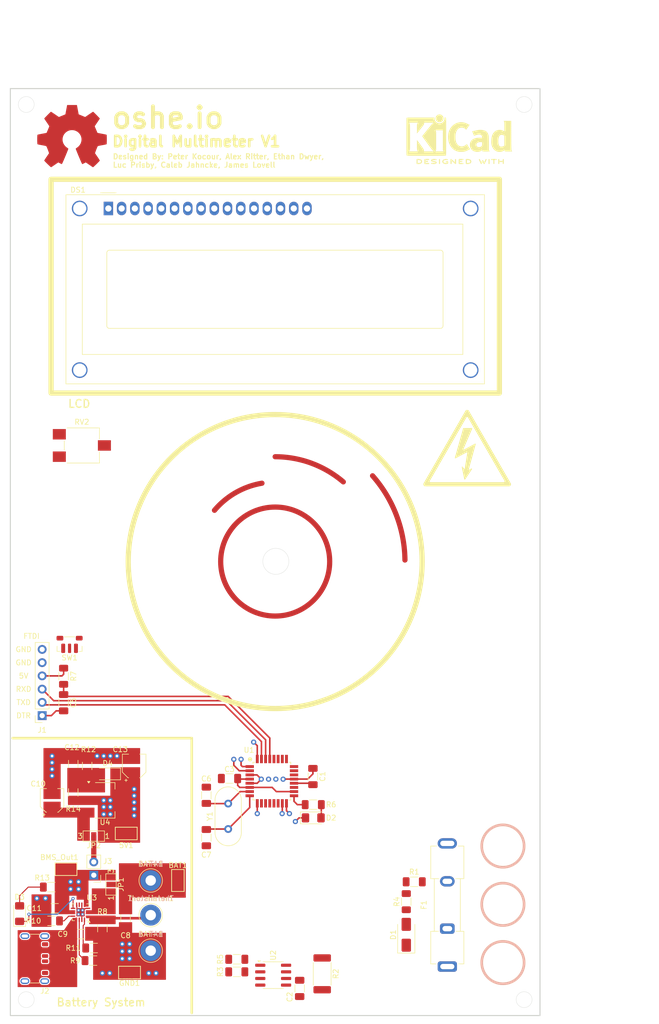
<source format=kicad_pcb>
(kicad_pcb (version 20240108) (generator "pcbnew") (generator_version "8.0")
  (title_block (title "OSHE DMM") (date "2025-02-10") (rev "V1") (company "Open Source Hardware Enterprise"))
  (layers (0 "F.Cu" signal) (1 "In1.Cu" signal) (2 "In2.Cu" signal) (31 "B.Cu" signal) (34 "B.Paste" user) (35 "F.Paste" user) (36 "B.SilkS" user "B.Silkscreen") (37 "F.SilkS" user "F.Silkscreen") (38 "B.Mask" user) (39 "F.Mask" user) (44 "Edge.Cuts" user))
  (net 0 "")
  (net 1 "Net-(JP1-C)")
  (net 2 "GND")
  (net 3 "Net-(U1-AREF)")
  (net 4 "+5V")
  (net 5 "Net-(U1-XTAL1{slash}PB6)")
  (net 6 "Net-(U1-XTAL2{slash}PB7)")
  (net 7 "DTR")
  (net 8 "Net-(U1-~{RESET}{slash}PC6)")
  (net 9 "USB_Power_IN")
  (net 10 "9V_BAT_IN")
  (net 11 "Net-(JP2-B)")
  (net 12 "Net-(D4-A)")
  (net 13 "Net-(D1-A2)")
  (net 14 "Net-(D2-A)")
  (net 15 "Current Negative")
  (net 16 "Net-(D3-A)")
  (net 17 "RXD")
  (net 18 "TXD")
  (net 21 "BMS_BAT_IN")
  (net 22 "Net-(J3-Pin_2)")
  (net 23 "SCK{slash}D13")
  (net 24 "/R-ILIM")
  (net 25 "/R-ISET")
  (net 26 "TS")
  (net 27 "D9")
  (net 28 "A2")
  (net 29 "A7")
  (net 30 "A1")
  (net 31 "A0")
  (net 32 "SDA")
  (net 33 "D5")
  (net 34 "MISO{slash}D12")
  (net 35 "D2")
  (net 36 "D4")
  (net 37 "SCL")
  (net 38 "D8")
  (net 39 "D10")
  (net 40 "D7")
  (net 41 "A6")
  (net 42 "MOSI{slash}D11")
  (net 43 "A3")
  (net 44 "D6")
  (net 45 "D3")
  (net 46 "Current Positive")
  (net 47 "Net-(U2-A0)")
  (net 48 "Net-(U2-A1)")
  (net 49 "Net-(U3-TMR)")
  (net 51 "Net-(D1-A1)")
  (net 52 "Net-(D3-K)")
  (net 53 "Net-(F1-Pad1)")
  (net 54 "Net-(F1-Pad2)")
  (net 55 "Net-(C4-Pad1)")
  (net 59 "Net-(DS1-VO)")
  (footprint "TestPoint:TestPoint_Keystone_5019_Minature" (layer "F.Cu") (at 145.821 215.07 -90)
    (property "Reference" "BAT1")
    (property "Value" "TestPoint")
  )
  (footprint "Resistor_SMD:R_1206_3216Metric_Pad1.30x1.75mm_HandSolder" (layer "F.Cu") (at 123.907 175.8915 90)
    (property "Reference" "R7")
    (property "Value" "10k")
  )
  (footprint "Display:WC1602A" (layer "F.Cu") (at 132.49 86.1745)
    (property "Reference" "DS1")
    (property "Value" "WC1602A")
  )
  (footprint "Capacitor_SMD:C_1206_3216Metric_Pad1.33x1.80mm_HandSolder" (layer "F.Cu") (at 135.788 222.309 -90)
    (property "Reference" "C8")
    (property "Value" "10uF")
  )
  (footprint "Symbol:OSHW-Symbol_13.4x12mm_Copper" (layer "F.Cu") (at 125.501 72.322)
    (property "Reference" "REF**" (hide yes))
    (property "Value" "OSHW-Symbol_13.4x12mm_Copper" (hide yes))
  )
  (footprint "Resistor_SMD:R_1206_3216Metric_Pad1.30x1.75mm_HandSolder" (layer "F.Cu") (at 189.636 219.134 90)
    (property "Reference" "R4")
    (property "Value" "10k")
  )
  (footprint "Capacitor_SMD:C_1206_3216Metric_Pad1.33x1.80mm_HandSolder" (layer "F.Cu") (at 171.729 195.131 -90)
    (property "Reference" "C1")
    (property "Value" "0.1uF")
  )
  (footprint "Resistor_SMD:R_1206_3216Metric_Pad1.30x1.75mm_HandSolder" (layer "F.Cu") (at 157.124 232.596)
    (property "Reference" "R3")
    (property "Value" "1k")
  )
  (footprint "Package_QFP:TQFP-32_7x7mm_P0.8mm" (layer "F.Cu") (at 163.855 196.02)
    (property "Reference" "U1")
    (property "Value" "ATmega328P-A")
  )
  (footprint "TestPoint:TestPoint_THTPad_D4.0mm_Drill2.0mm" (layer "F.Cu") (at 140.614 228.532 -90)
    (property "Reference" "BAT-1")
    (property "Value" "Pad")
  )
  (footprint "Symbol:OSHW-Symbol_13.4x12mm_Copper" (layer "F.Cu") (at 125.501 72.322)
    (property "Reference" "REF**" (hide yes))
    (property "Value" "OSHW-Symbol_13.4x12mm_Copper" (hide yes))
  )
  (footprint "Capacitor_SMD:C_1206_3216Metric_Pad1.33x1.80mm_HandSolder" (layer "F.Cu") (at 169.189 235.771 -90)
    (property "Reference" "C2")
    (property "Value" "0.1uF")
  )
  (footprint "Capacitor_SMD:C_1206_3216Metric_Pad1.33x1.80mm_HandSolder" (layer "F.Cu") (at 127.279 225.357)
    (property "Reference" "C9")
    (property "Value" "10uF")
  )
  (footprint "Capacitor_SMD:C_1206_3216Metric_Pad1.33x1.80mm_HandSolder" (layer "F.Cu") (at 125.755 192.718 90)
    (property "Reference" "C12")
    (property "Value" "10uF")
  )
  (footprint "Resistor_SMD:R_1206_3216Metric_Pad1.30x1.75mm_HandSolder" (layer "F.Cu") (at 128.422 193.099 90)
    (property "Reference" "R12")
    (property "Value" "1.2k")
  )
  (footprint "Connector_USB:USB_C_Receptacle_GCT_USB4125-xx-x-0190_6P_TopMnt_Horizontal" (layer "F.Cu") (at 117.275 230.056 -90)
    (property "Reference" "J2")
    (property "Value" "USB_C_Receptacle_PowerOnly_6P")
  )
  (footprint "TestPoint:TestPoint_THTPad_D4.0mm_Drill2.0mm" (layer "F.Cu") (at 140.614 215.07 -90)
    (property "Reference" "BAT+1")
    (property "Value" "Pad")
  )
  (footprint "Connector_PinSocket_2.54mm:PinSocket_1x06_P2.54mm_Vertical" (layer "F.Cu") (at 119.786 183.447 180)
    (property "Reference" "J1")
    (property "Value" "FTDI Basic")
  )
  (footprint "Symbol:KiCad-Logo2_8mm_SilkScreen" (layer "F.Cu") (at 199.796 72.068)
    (property "Reference" "REF**" (hide yes))
    (property "Value" "KiCad-Logo2_8mm_SilkScreen" (hide yes))
  )
  (footprint "Capacitor_SMD:C_1206_3216Metric_Pad1.33x1.80mm_HandSolder" (layer "F.Cu") (at 151.282 206.852 90)
    (property "Reference" "C7")
    (property "Value" "22pF")
  )
  (footprint "Connector_PinHeader_2.54mm:PinHeader_1x02_P2.54mm_Vertical" (layer "F.Cu") (at 129.692 214.054 180)
    (property "Reference" "J3")
    (property "Value" "ON/OFF")
  )
  (footprint "Package_SO:SOIC-8_3.9x4.9mm_P1.27mm" (layer "F.Cu") (at 164.109 233.231)
    (property "Reference" "U2")
    (property "Value" "INA219BxD")
  )
  (footprint "Resistor_SMD:R_1206_3216Metric_Pad1.30x1.75mm_HandSolder" (layer "F.Cu") (at 129.565 230.437)
    (property "Reference" "R9")
    (property "Value" "0")
  )
  (footprint "Capacitor_SMD:C_1206_3216Metric_Pad1.33x1.80mm_HandSolder" (layer "F.Cu") (at 155.727 195.512 180)
    (property "Reference" "C3")
    (property "Value" "0.1uF")
  )
  (footprint "Diode_SMD:D_SMA" (layer "F.Cu") (at 189.636 225.484 90)
    (property "Reference" "D1")
    (property "Value" "SMAJ200CA")
  )
  (footprint "Capacitor_SMD:CP_Elec_4x4.5" (layer "F.Cu") (at 137.439 193.099 90)
    (property "Reference" "C13")
    (property "Value" "1uF")
  )
  (footprint "Resistor_SMD:R_1206_3216Metric_Pad1.30x1.75mm_HandSolder" (layer "F.Cu") (at 157.124 230.183)
    (property "Reference" "R5")
    (property "Value" "1k")
  )
  (footprint "Button_Switch_SMD:SW_Push_1P1T-MP_NO_Horizontal_Alps_SKRTLAE010" (layer "F.Cu") (at 125.048 169.638 180)
    (property "Reference" "SW1")
    (property "Value" "SW_Push")
  )
  (footprint "Resistor_SMD:R_1206_3216Metric_Pad1.30x1.75mm_HandSolder" (layer "F.Cu") (at 131.343 224.214 -90)
    (property "Reference" "R8")
    (property "Value" "10k")
  )
  (footprint "Crystal:Crystal_HC49-U_Vertical" (layer "F.Cu") (at 155.473 205.201 90)
    (property "Reference" "Y1")
    (property "Value" "16MHz")
  )
  (footprint "LED_SMD:LED_1206_3216Metric_Pad1.42x1.75mm_HandSolder" (layer "F.Cu") (at 115.468 221.42 90)
    (property "Reference" "D3")
    (property "Value" "CHG")
  )
  (footprint "Resistor_SMD:R_1206_3216Metric_Pad1.30x1.75mm_HandSolder" (layer "F.Cu") (at 121.564 216.34 180)
    (property "Reference" "R13")
    (property "Value" "1.5k")
  )
  (footprint "Jumper:SolderJumper-3_P1.3mm_Open_Pad1.0x1.5mm_NumberLabels" (layer "F.Cu") (at 129.692 206.561 180)
    (property "Reference" "JP2")
    (property "Value" "SolderJumper")
  )
  (footprint "Fuse:Fuseholder_Clip-5x20mm_Keystone_3512P_Inline_P23.62x7.27mm_D1.02x2.41x1.02x1.57mm_Horizontal" (layer "F.Cu") (at 197.51 231.579 90)
    (property "Reference" "F1")
    (property "Value" "Fuse")
  )
  (footprint "Diode_SMD:D_1206_3216Metric_Pad1.42x1.75mm_HandSolder" (layer "F.Cu") (at 132.359 194.623 180)
    (property "Reference" "D4")
    (property "Value" "1N4002")
  )
  (footprint "Capacitor_SMD:C_1206_3216Metric_Pad1.33x1.80mm_HandSolder" (layer "F.Cu") (at 123.907 180.9715 -90)
    (property "Reference" "C5")
    (property "Value" "0.1uF")
  )
  (footprint "Potentiometer_SMD:Potentiometer_ACP_CA6-VSMD_Vertical" (layer "F.Cu") (at 127.406 131.631)
    (property "Reference" "RV2")
    (property "Value" "10k")
  )
  (footprint "Package_TO_SOT_SMD:SOT-223-3_TabPin2" (layer "F.Cu") (at 131.851 199.703)
    (property "Reference" "U4")
    (property "Value" "LM317_SOT-223")
  )
  (footprint "Resistor_SMD:R_2512_6332Metric_Pad1.40x3.35mm_HandSolder" (layer "F.Cu") (at 173.507 232.977 -90)
    (property "Reference" "R2")
    (property "Value" "0.064")
  )
  (footprint "TestPoint:TestPoint_Keystone_5019_Minature" (layer "F.Cu") (at 124.358 212.911)
    (property "Reference" "BMS_Out1")
    (property "Value" "TestPoint")
  )
  (footprint "TestPoint:TestPoint_Keystone_5019_Minature" (layer "F.Cu") (at 136.55 232.723)
    (property "Reference" "GND1")
    (property "Value" "TestPoint")
  )
  (footprint "Capacitor_SMD:C_1206_3216Metric_Pad1.33x1.80mm_HandSolder" (layer "F.Cu") (at 122.199 220.404 180)
    (property "Reference" "C11")
    (property "Value" "10uF")
  )
  (footprint "Capacitor_SMD:CP_Elec_4x4.5" (layer "F.Cu") (at 121.691 199.703 90)
    (property "Reference" "C10")
    (property "Value" "1uF")
  )
  (footprint "TestPoint:TestPoint_Keystone_5019_Minature" (layer "F.Cu") (at 135.915 206.053 180)
    (property "Reference" "5V1")
    (property "Value" "TestPoint")
  )
  (footprint "LED_SMD:LED_1206_3216Metric_Pad1.42x1.75mm_HandSolder" (layer "F.Cu") (at 171.7915 203.062)
    (property "Reference" "D2")
    (property "Value" "Green")
  )
  (footprint "Jumper:SolderJumper-3_P1.3mm_Open_Pad1.0x1.5mm_NumberLabels" (layer "F.Cu") (at 132.994 215.832 90)
    (property "Reference" "JP1")
    (property "Value" "SolderJumper")
  )
  (footprint "Resistor_SMD:R_1206_3216Metric_Pad1.30x1.75mm_HandSolder" (layer "F.Cu") (at 171.7915 200.522 180)
    (property "Reference" "R6")
    (property "Value" "330")
  )
  (footprint "Capacitor_SMD:C_1206_3216Metric_Pad1.33x1.80mm_HandSolder" (layer "F.Cu") (at 151.282 198.724 90)
    (property "Reference" "C6")
    (property "Value" "22pF")
  )
  (footprint "Resistor_SMD:R_1206_3216Metric_Pad1.30x1.75mm_HandSolder" (layer "F.Cu") (at 129.692 228.024)
    (property "Reference" "R11")
    (property "Value" "1.78k")
  )
  (footprint "Symbol:Symbol_HighVoltage_Triangle_17x15mm_Copper" (layer "F.Cu") (at 201.32 132.139)
    (property "Reference" "REF**" (hide yes))
    (property "Value" "Symbol_HighVoltage_Triangle_17x15mm_Copper" (hide yes))
  )
  (footprint "Resistor_SMD:R_1206_3216Metric_Pad1.30x1.75mm_HandSolder" (layer "F.Cu") (at 121.564 222.817 180)
    (property "Reference" "R10")
    (property "Value" "1.5k")
  )
  (footprint "Resistor_SMD:R_1206_3216Metric_Pad1.30x1.75mm_HandSolder" (layer "F.Cu") (at 191.16 215.324 180)
    (property "Reference" "R1")
    (property "Value" "R_US")
  )
  (footprint "Resistor_SMD:R_1206_3216Metric_Pad1.30x1.75mm_HandSolder" (layer "F.Cu") (at 125.755 198.179 90)
    (property "Reference" "R14")
    (property "Value" "390")
  )
  (footprint "TestPoint:TestPoint_THTPad_D4.0mm_Drill2.0mm" (layer "F.Cu") (at 140.614 221.72 90)
    (property "Reference" "Thermistor1")
    (property "Value" "Pad")
  )
  (footprint "Package_DFN_QFN:VQFN-16-1EP_3x3mm_P0.5mm_EP1.6x1.6mm" (layer "F.Cu") (at 127.154 221.164 180)
    (property "Reference" "U3")
    (property "Value" "BQ24075RGT")
  )
  (gr_arc (start 164.49 133.79) (mid 171.454071 135.034586) (end 177.555973 138.61426) (stroke (width 1)) (layer "F.Cu"))
  (gr_arc (start 183.17337 137.445171) (mid 187.727125 144.966605) (end 189.382 153.602) (stroke (width 1)) (layer "F.Cu"))
  (gr_circle (center 164.49 153.896) (end 154.036 153.896) (stroke (width 1)) (fill none) (layer "F.Cu"))
  (gr_arc (start 152.84707 144.063683) (mid 156.938016 140.659693) (end 161.95 138.87) (stroke (width 1)) (layer "F.Cu"))
  (gr_circle (center 208.178 208.466) (end 212.242 208.466) (stroke (width 0.5)) (fill none) (layer "B.SilkS"))
  (gr_circle (center 208.178 219.642) (end 212.242 219.642) (stroke (width 0.5)) (fill none) (layer "B.SilkS"))
  (gr_circle (center 208.178 230.818) (end 212.242 230.818) (stroke (width 0.5)) (fill none) (layer "B.SilkS"))
  (gr_circle (center 208.178 230.818) (end 212.242 230.818) (stroke (width 0.5)) (fill none) (layer "F.SilkS"))
  (gr_line (start 148.488 240.47) (end 148.488 187.765) (stroke (width 0.5)) (layer "F.SilkS"))
  (gr_line (start 114.1345 187.765) (end 148.488 187.765) (stroke (width 0.5)) (layer "F.SilkS"))
  (gr_circle (center 208.178 219.642) (end 212.242 219.642) (stroke (width 0.5)) (fill none) (layer "F.SilkS"))
  (gr_circle (center 164.49 153.896) (end 136.296 153.856) (stroke (width 1)) (fill none) (layer "F.SilkS"))
  (gr_rect (start 121.5005 80.577) (end 207.5005 121.577) (stroke (width 1)) (fill none) (layer "F.SilkS"))
  (gr_circle (center 208.178 208.466) (end 212.242 208.466) (stroke (width 0.5)) (fill none) (layer "F.SilkS"))
  (gr_circle (center 212.242 66.226) (end 213.766 66.226) (stroke (width 0.05)) (fill none) (layer "Edge.Cuts"))
  (gr_circle (center 116.738 237.93) (end 118.262 237.93) (stroke (width 0.05)) (fill none) (layer "Edge.Cuts"))
  (gr_rect (start 113.69 63.178) (end 215.29 240.978) (stroke (width 0.2)) (fill none) (layer "Edge.Cuts"))
  (gr_circle (center 212.242 237.93) (end 213.766 237.93) (stroke (width 0.05)) (fill none) (layer "Edge.Cuts"))
  (gr_circle (center 116.738 66.226) (end 118.262 66.226) (stroke (width 0.05)) (fill none) (layer "Edge.Cuts"))
  (gr_circle (center 164.617 153.856) (end 167.117 153.856) (stroke (width 0.05)) (fill none) (layer "Edge.Cuts"))
  (gr_text "BAT-1" (at 140.614 225.357 -0) (layer "B.SilkS") (effects (font (size 1 1)) (justify mirror)))
  (gr_text "Thermistor1" (at 140.614 218.499 -0) (layer "B.SilkS") (effects (font (size 1 1)) (justify mirror)))
  (gr_text "BAT+1" (at 140.614 211.895 0) (layer "B.SilkS") (effects (font (size 1 1)) (justify mirror)))
  (gr_text "TXD" (at 116.23 180.907 0) (layer "F.SilkS") (effects (font (size 1 1))))
  (gr_text "5V" (at 116.23 175.827 0) (layer "F.SilkS") (effects (font (size 1 1))))
  (gr_text "LCD" (at 126.898 123.63 0) (layer "F.SilkS") (effects (font (size 1.5 1.5) (thickness 0.25) (bold yes))))
  (gr_text "RXD" (at 116.23 178.367 0) (layer "F.SilkS") (effects (font (size 1 1))))
  (gr_text "DTR" (at 116.23 183.447 0) (layer "F.SilkS") (effects (font (size 1 1))))
  (gr_text "oshe.io" (at 132.74 68.766 0) (layer "F.SilkS") (effects (font (size 4 4) (thickness 0.75) (bold yes)) (justify left)))
  (gr_text "Digital Multimeter V1" (at 132.994 73.338 0) (layer "F.SilkS") (effects (font (size 2 2) (thickness 0.5) (bold yes)) (justify left)))
  (gr_text "GND" (at 116.23 173.287 0) (layer "F.SilkS") (effects (font (size 1 1))))
  (gr_text "Battery System" (at 131.089 238.438 0) (layer "F.SilkS") (effects (font (size 1.5 1.5) (thickness 0.25) (bold yes))))
  (gr_text "Designed By: Peter Kocour, Alex Ritter, Ethan Dwyer, \nLuc Prisby, Caleb Jahncke, James Lovell" (at 133.248 77.021 0) (layer "F.SilkS") (effects (font (size 1 1) (thickness 0.2) (bold yes)) (justify left)))
  (gr_text "GND" (at 116.23 170.747 0) (layer "F.SilkS") (effects (font (size 1 1))))
  (gr_text "FTDI" (at 117.754 168.207 0) (layer "F.SilkS") (effects (font (size 1 1))))
  (segment (start 126.454 219.7765) (end 126.454 220.464) (width 0.2) (layer "F.Cu") (net 2))
  (segment (start 168.105 195.62) (end 166.033 195.62) (width 0.3) (layer "F.Cu") (net 2))
  (segment (start 127.404 221.414) (end 127.154 221.164) (width 0.2) (layer "F.Cu") (net 2))
  (segment (start 159.605 194.82) (end 161.004 194.82) (width 0.3) (layer "F.Cu") (net 2))
  (segment (start 127.404 219.7265) (end 127.404 220.914) (width 0.2) (layer "F.Cu") (net 2))
  (segment (start 159.605 196.42) (end 161.042 196.42) (width 0.3) (layer "F.Cu") (net 2))
  (segment (start 127.8041 220.5139) (end 127.537 220.781) (width 0.2) (layer "F.Cu") (net 2))
  (segment (start 169.0675 203.062) (end 170.304 203.062) (width 0.3) (layer "F.Cu") (net 2))
  (segment (start 127.404 220.914) (end 127.154 221.164) (width 0.2) (layer "F.Cu") (net 2))
  (segment (start 127.404 222.6015) (end 127.404 221.414) (width 0.2) (layer "F.Cu") (net 2))
  (segment (start 128.5915 220.414) (end 128.154001 220.414) (width 0.2) (layer "F.Cu") (net 2))
  (segment (start 127.537 220.781) (end 127.533 220.781) (width 0.2) (layer "F.Cu") (net 2))
  (segment (start 170.732 195.62) (end 168.105 195.62) (width 0.3) (layer "F.Cu") (net 2))
  (segment (start 161.042 196.42) (end 161.823 195.639) (width 0.3) (layer "F.Cu") (net 2))
  (segment (start 168.3625 203.767) (end 169.0675 203.062) (width 0.3) (layer "F.Cu") (net 2))
  (segment (start 127.533 221.543) (end 127.404 221.414) (width 0.2) (layer "F.Cu") (net 2))
  (segment (start 128.054101 220.5139) (end 127.8041 220.5139) (width 0.2) (layer "F.Cu") (net 2))
  (segment (start 166.033 195.62) (end 166.014 195.639) (width 0.2) (layer "F.Cu") (net 2))
  (segment (start 171.729 194.623) (end 170.732 195.62) (width 0.3) (layer "F.Cu") (net 2))
  (segment (start 168.8465 233.866) (end 169.189 234.2085) (width 0.2) (layer "F.Cu") (net 2))
  (segment (start 127.533 220.785) (end 127.154 221.164) (width 0.2) (layer "F.Cu") (net 2))
  (segment (start 161.004 194.82) (end 161.823 195.639) (width 0.3) (layer "F.Cu") (net 2))
  (segment (start 171.729 193.1875) (end 171.729 194.623) (width 0.3) (layer "F.Cu") (net 2))
  (segment (start 127.533 220.781) (end 127.533 220.785) (width 0.2) (layer "F.Cu") (net 2))
  (segment (start 126.771 220.781) (end 127.154 221.164) (width 0.2) (layer "F.Cu") (net 2))
  (segment (start 128.154001 220.414) (end 128.054101 220.5139) (width 0.2) (layer "F.Cu") (net 2))
  (segment (start 126.404 219.7265) (end 126.454 219.7765) (width 0.2) (layer "F.Cu") (net 2))
  (segment (start 126.454 220.464) (end 126.771 220.781) (width 0.2) (layer "F.Cu") (net 2))
  (via (at 168.3625 203.767) (size 1) (drill 0.5) (layers "F.Cu" "B.Cu") (net 2))
  (via (at 135.153 230.056) (size 1) (drill 0.5) (layers "F.Cu" "B.Cu") (net 2))
  (via (at 135.153 228.659) (size 1) (drill 0.5) (layers "F.Cu" "B.Cu") (net 2))
  (via (at 121.691 192.464) (size 1) (drill 0.5) (layers "F.Cu" "B.Cu") (net 2))
  (via (at 127.533 220.781) (size 0.6) (drill 0.3) (layers "F.Cu" "B.Cu") (net 2))
  (via (at 166.014 195.639) (size 1) (drill 0.5) (layers "F.Cu" "B.Cu") (net 2))
  (via (at 130.327 191.194) (size 1) (drill 0.5) (layers "F.Cu" "B.Cu") (net 2))
  (via (at 126.771 220.781) (size 0.6) (drill 0.3) (layers "F.Cu" "B.Cu") (net 2))
  (via (at 135.153 227.262) (size 1) (drill 0.5) (layers "F.Cu" "B.Cu") (net 2))
  (via (at 132.74 232.85) (size 1) (drill 0.5) (layers "F.Cu" "B.Cu") (net 2))
  (via (at 136.55 230.056) (size 1) (drill 0.5) (layers "F.Cu" "B.Cu") (net 2))
  (via (at 121.691 195.004) (size 1) (drill 0.5) (layers "F.Cu" "B.Cu") (net 2))
  (via (at 141.63 232.85) (size 1) (drill 0.5) (layers "F.Cu" "B.Cu") (net 2))
  (via (at 136.55 227.262) (size 1) (drill 0.5) (layers "F.Cu" "B.Cu") (net 2))
  (via (at 134.137 191.194) (size 1) (drill 0.5) (layers "F.Cu" "B.Cu") (net 2))
  (via (at 131.597 191.194) (size 1) (drill 0.5) (layers "F.Cu" "B.Cu") (net 2))
  (via (at 140.233 232.85) (size 1) (drill 0.5) (layers "F.Cu" "B.Cu") (net 2))
  (via (at 120.421 218.499) (size 1) (drill 0.5) (layers "F.Cu" "B.Cu") (net 2))
  (via (at 118.77 218.499) (size 1) (drill 0.5) (layers "F.Cu" "B.Cu") (net 2))
  (via (at 131.343 232.85) (size 1) (drill 0.5) (layers "F.Cu" "B.Cu") (net 2))
  (via (at 163.22 195.639) (size 1) (drill 0.5) (layers "F.Cu" "B.Cu") (net 2))
  (via (at 121.691 193.734) (size 1) (drill 0.5) (layers "F.Cu" "B.Cu") (net 2))
  (via (at 164.617 195.639) (size 1) (drill 0.5) (layers "F.Cu" "B.Cu") (net 2))
  (via (at 132.867 191.194) (size 1) (drill 0.5) (layers "F.Cu" "B.Cu") (net 2))
  (via (at 136.55 228.659) (size 1) (drill 0.5) (layers "F.Cu" "B.Cu") (net 2))
  (via (at 126.771 221.543) (size 0.6) (drill 0.3) (layers "F.Cu" "B.Cu") (net 2))
  (via (at 127.533 221.543) (size 0.6) (drill 0.3) (layers "F.Cu" "B.Cu") (net 2))
  (via (at 121.691 191.194) (size 1) (drill 0.5) (layers "F.Cu" "B.Cu") (net 2))
  (via (at 161.823 195.639) (size 1) (drill 0.5) (layers "F.Cu" "B.Cu") (net 2))
  (segment (start 168.105 196.42) (end 171.6215 196.42) (width 0.3) (layer "F.Cu") (net 3))
  (segment (start 171.6215 196.42) (end 171.729 196.3125) (width 0.2) (layer "F.Cu") (net 3))
  (segment (start 123.5905 175.827) (end 119.786 175.827) (width 0.3) (layer "F.Cu") (net 4))
  (segment (start 157.689 197.22) (end 157.2895 196.8205) (width 0.3) (layer "F.Cu") (net 4))
  (segment (start 164.712 198.02) (end 163.912 197.22) (width 0.3) (layer "F.Cu") (net 4))
  (segment (start 163.912 197.22) (end 159.605 197.22) (width 0.3) (layer "F.Cu") (net 4))
  (segment (start 157.3975 195.62) (end 157.2895 195.512) (width 0.2) (layer "F.Cu") (net 4))
  (segment (start 168.105 198.02) (end 164.712 198.02) (width 0.3) (layer "F.Cu") (net 4))
  (segment (start 123.907 175.5105) (end 123.5905 175.827) (width 0.3) (layer "F.Cu") (net 4))
  (segment (start 157.2895 196.8205) (end 157.2895 195.512) (width 0.3) (layer "F.Cu") (net 4))
  (segment (start 159.605 197.22) (end 157.689 197.22) (width 0.3) (layer "F.Cu") (net 4))
  (segment (start 123.907 174.3415) (end 123.907 175.5105) (width 0.3) (layer "F.Cu") (net 4))
  (segment (start 159.605 195.62) (end 157.3975 195.62) (width 0.3) (layer "F.Cu") (net 4))
  (via (at 131.597 199.703) (size 1) (drill 0.5) (layers "F.Cu" "B.Cu") (net 4))
  (via (at 137.439 202.624) (size 1) (drill 0.5) (layers "F.Cu" "B.Cu") (net 4))
  (via (at 131.597 202.37) (size 1) (drill 0.5) (layers "F.Cu" "B.Cu") (net 4))
  (via (at 137.439 200.084) (size 1) (drill 0.5) (layers "F.Cu" "B.Cu") (net 4))
  (via (at 131.597 200.973) (size 1) (drill 0.5) (layers "F.Cu" "B.Cu") (net 4))
  (via (at 137.439 201.354) (size 1) (drill 0.5) (layers "F.Cu" "B.Cu") (net 4))
  (via (at 137.439 197.544) (size 1) (drill 0.5) (layers "F.Cu" "B.Cu") (net 4))
  (via (at 132.867 200.973) (size 1) (drill 0.5) (layers "F.Cu" "B.Cu") (net 4))
  (via (at 132.867 202.37) (size 1) (drill 0.5) (layers "F.Cu" "B.Cu") (net 4))
  (via (at 137.439 198.814) (size 1) (drill 0.5) (layers "F.Cu" "B.Cu") (net 4))
  (via (at 132.867 199.703) (size 1) (drill 0.5) (layers "F.Cu" "B.Cu") (net 4))
  (segment (start 159.605 198.02) (end 157.774 198.02) (width 0.3) (layer "F.Cu") (net 5))
  (segment (start 151.3165 200.321) (end 151.282 200.2865) (width 0.2) (layer "F.Cu") (net 5))
  (segment (start 155.473 200.321) (end 151.3165 200.321) (width 0.3) (layer "F.Cu") (net 5))
  (segment (start 157.774 198.02) (end 155.473 200.321) (width 0.3) (layer "F.Cu") (net 5))
  (segment (start 155.473 205.201) (end 151.3705 205.201) (width 0.3) (layer "F.Cu") (net 6))
  (segment (start 159.605 201.069) (end 155.473 205.201) (width 0.3) (layer "F.Cu") (net 6))
  (segment (start 151.3705 205.201) (end 151.282 205.2895) (width 0.2) (layer "F.Cu") (net 6))
  (segment (start 159.605 198.82) (end 159.605 201.069) (width 0.3) (layer "F.Cu") (net 6))
  (segment (start 122.4715 182.534) (end 121.5585 183.447) (width 0.3) (layer "F.Cu") (net 7))
  (segment (start 123.907 182.534) (end 122.4715 182.534) (width 0.3) (layer "F.Cu") (net 7))
  (segment (start 121.5585 183.447) (end 119.786 183.447) (width 0.3) (layer "F.Cu") (net 7))
  (segment (start 163.455 187.746) (end 163.455 191.77) (width 0.3) (layer "F.Cu") (net 8))
  (segment (start 124.262 179.764) (end 155.473 179.764) (width 0.3) (layer "F.Cu") (net 8))
  (segment (start 123.907 177.4415) (end 123.907 179.409) (width 0.3) (layer "F.Cu") (net 8))
  (segment (start 123.907 179.409) (end 124.262 179.764) (width 0.3) (layer "F.Cu") (net 8))
  (segment (start 155.473 179.764) (end 163.455 187.746) (width 0.3) (layer "F.Cu") (net 8))
  (via (at 126.771 216.721) (size 1) (drill 0.5) (layers "F.Cu" "B.Cu") (net 10))
  (via (at 126.771 215.324) (size 1) (drill 0.5) (layers "F.Cu" "B.Cu") (net 10))
  (via (at 125.247 216.721) (size 1) (drill 0.5) (layers "F.Cu" "B.Cu") (net 10))
  (via (at 125.247 215.324) (size 1) (drill 0.5) (layers "F.Cu" "B.Cu") (net 10))
  (segment (start 128.676 202.028) (end 128.701 202.003) (width 0.2) (layer "F.Cu") (net 11))
  (segment (start 128.701 202.053) (end 128.676 202.028) (width 1) (layer "F.Cu") (net 11))
  (segment (start 173.3415 200.522) (end 173.3415 202.9995) (width 0.3) (layer "F.Cu") (net 14))
  (segment (start 173.3415 202.9995) (end 173.279 203.062) (width 0.3) (layer "F.Cu") (net 14))
  (segment (start 115.468 217.991) (end 117.119 216.34) (width 0.2) (layer "F.Cu") (net 16))
  (segment (start 115.468 219.9325) (end 115.468 217.991) (width 0.2) (layer "F.Cu") (net 16))
  (segment (start 117.119 216.34) (end 120.014 216.34) (width 0.2) (layer "F.Cu") (net 16))
  (segment (start 155.149 180.583) (end 162.655 188.089) (width 0.3) (layer "F.Cu") (net 17))
  (segment (start 119.786 178.367) (end 122.002 180.583) (width 0.3) (layer "F.Cu") (net 17))
  (segment (start 122.002 180.583) (end 155.149 180.583) (width 0.3) (layer "F.Cu") (net 17))
  (segment (start 162.655 188.089) (end 162.655 191.77) (width 0.3) (layer "F.Cu") (net 17))
  (segment (start 161.855 188.432) (end 161.855 191.77) (width 0.3) (layer "F.Cu") (net 18))
  (segment (start 120.262 181.383) (end 154.806 181.383) (width 0.3) (layer "F.Cu") (net 18))
  (segment (start 120.262 181.383) (end 119.786 180.907) (width 0.2) (layer "F.Cu") (net 18))
  (segment (start 154.806 181.383) (end 161.855 188.432) (width 0.3) (layer "F.Cu") (net 18))
  (segment (start 129.692 206.561) (end 129.692 211.514) (width 1) (layer "F.Cu") (net 22))
  (segment (start 168.105 199.8835) (end 168.7435 200.522) (width 0.3) (layer "F.Cu") (net 23))
  (segment (start 168.7435 200.522) (end 170.2415 200.522) (width 0.3) (layer "F.Cu") (net 23))
  (segment (start 168.105 198.82) (end 168.105 199.8835) (width 0.3) (layer "F.Cu") (net 23))
  (segment (start 125.7165 221.914) (end 124.88 221.914) (width 0.2) (layer "F.Cu") (net 24))
  (segment (start 123.977 222.817) (end 123.114 222.817) (width 0.2) (layer "F.Cu") (net 24))
  (segment (start 124.88 221.914) (end 123.977 222.817) (width 0.2) (layer "F.Cu") (net 24))
  (segment (start 127.904 222.6015) (end 127.904 223.457) (width 0.2) (layer "F.Cu") (net 25))
  (segment (start 127.904 223.457) (end 127.66 223.701) (width 0.2) (layer "F.Cu") (net 25))
  (segment (start 127.66 223.701) (end 127.66 227.669) (width 0.2) (layer "F.Cu") (net 25))
  (segment (start 133.502 222.309) (end 140.025 222.309) (width 0.5) (layer "F.Cu") (net 26))
  (segment (start 140.025 222.309) (end 140.614 221.72) (width 0.5) (layer "F.Cu") (net 26))
  (segment (start 161.055 202.243) (end 161.055 200.27) (width 0.3) (layer "F.Cu") (net 33))
  (via (at 161.055 202.243) (size 1) (drill 0.5) (layers "F.Cu" "B.Cu") (net 33))
  (segment (start 167.2195 202.243) (end 166.655 201.6785) (width 0.3) (layer "F.Cu") (net 34))
  (segment (start 166.655 201.6785) (end 166.655 200.27) (width 0.3) (layer "F.Cu") (net 34))
  (via (at 167.2195 202.243) (size 1) (drill 0.5) (layers "F.Cu" "B.Cu") (net 34))
  (segment (start 161.055 189.2205) (end 161.055 191.77) (width 0.3) (layer "F.Cu") (net 35))
  (segment (start 160.3615 188.527) (end 161.055 189.2205) (width 0.3) (layer "F.Cu") (net 35))
  (via (at 160.3615 188.527) (size 1) (drill 0.5) (layers "F.Cu" "B.Cu") (net 35))
  (segment (start 157.5995 194.02) (end 156.5515 192.972) (width 0.3) (layer "F.Cu") (net 36))
  (segment (start 159.605 194.02) (end 157.5995 194.02) (width 0.3) (layer "F.Cu") (net 36))
  (segment (start 156.5515 192.972) (end 156.5515 191.829) (width 0.3) (layer "F.Cu") (net 36))
  (via (at 156.5515 191.829) (size 1) (drill 0.5) (layers "F.Cu" "B.Cu") (net 36))
  (segment (start 165.8225 202.243) (end 165.855 202.2105) (width 0.3) (layer "F.Cu") (net 42))
  (segment (start 165.855 202.2105) (end 165.855 200.27) (width 0.3) (layer "F.Cu") (net 42))
  (via (at 165.8225 202.243) (size 1) (drill 0.5) (layers "F.Cu" "B.Cu") (net 42))
  (segment (start 158.1965 193.22) (end 157.9485 192.972) (width 0.3) (layer "F.Cu") (net 45))
  (segment (start 157.9485 192.972) (end 157.9485 191.829) (width 0.3) (layer "F.Cu") (net 45))
  (segment (start 159.605 193.22) (end 158.1965 193.22) (width 0.3) (layer "F.Cu") (net 45))
  (via (at 157.9485 191.829) (size 1) (drill 0.5) (layers "F.Cu" "B.Cu") (net 45))
  (segment (start 126.904 222.6015) (end 126.904 229.326) (width 0.2) (layer "F.Cu") (net 49))
  (segment (start 126.904 229.326) (end 128.015 230.437) (width 0.2) (layer "F.Cu") (net 49))
  (segment (start 125.7165 220.414) (end 125.7165 218.5335) (width 0.2) (layer "F.Cu") (net 52))
  (segment (start 117.246 222.4995) (end 117.246 221.547) (width 0.2) (layer "F.Cu") (net 52))
  (segment (start 115.468 222.9075) (end 116.838 222.9075) (width 0.2) (layer "F.Cu") (net 52))
  (segment (start 116.838 222.9075) (end 117.246 222.4995) (width 0.2) (layer "F.Cu") (net 52))
  (via (at 125.7165 218.5335) (size 0.6) (drill 0.3) (layers "F.Cu" "B.Cu") (net 52))
  (via (at 117.246 221.547) (size 0.6) (drill 0.3) (layers "F.Cu" "B.Cu") (net 52))
  (segment (start 125.7165 218.5335) (end 122.703 221.547) (width 0.2) (layer "B.Cu") (net 52))
  (segment (start 122.703 221.547) (end 117.246 221.547) (width 0.2) (layer "B.Cu") (net 52))
  (zone (net 2) (net_name "GND") (layer "F.Cu") (priority 1) (connect_pads yes (clearance 0.1)) (min_thickness 0.1) (fill yes (thermal_gap 0.1) (thermal_bridge_width 1))
    (polygon (pts (xy 143.535 225.103) (xy 137.058 225.103) (xy 137.058 223.071) (xy 134.518 223.071) (xy 134.518 223.96) (xy 128.041 223.96) (xy 128.041 226.627) (xy 129.565 226.627) (xy 129.565 234.12) (xy 143.535 234.12)))
  )
  (zone (net 11) (net_name "Net-(JP2-B)") (layer "F.Cu") (priority 6) (connect_pads yes (clearance 0.1)) (min_thickness 0.1) (fill yes (thermal_gap 0) (thermal_bridge_width 1))
    (polygon (pts (xy 120.04 199.957) (xy 123.342 199.957) (xy 123.342 201.1) (xy 129.819 201.1) (xy 129.819 203.005) (xy 128.93 203.005) (xy 128.93 207.45) (xy 126.517 207.45) (xy 126.517 203.005) (xy 120.04 203.005)))
  )
  (zone (net 1) (net_name "Net-(JP1-C)") (layer "F.Cu") (connect_pads yes (clearance 0.1)) (min_thickness 0.1) (fill yes (thermal_gap 0) (thermal_bridge_width 1))
    (polygon (pts (xy 132.1304 215.2986) (xy 134.518 215.2986) (xy 134.518 211.768) (xy 147.345 211.768) (xy 147.345 218.372) (xy 137.058 218.372) (xy 137.058 221.547) (xy 134.518 221.547) (xy 134.518 216.3654) (xy 132.1304 216.3654)))
  )
  (zone (net 2) (net_name "GND") (layer "F.Cu") (priority 5) (connect_pads yes (clearance 0.1)) (min_thickness 0.1) (fill yes (thermal_gap 0) (thermal_bridge_width 1))
    (polygon (pts (xy 138.582 192.718) (xy 123.342 192.718) (xy 123.342 199.449) (xy 120.04 199.449) (xy 120.04 189.67) (xy 138.582 189.67)))
  )
  (zone (net 9) (net_name "USB_Power_IN") (layer "F.Cu") (priority 8) (connect_pads yes (clearance 0.1)) (min_thickness 0.1) (fill yes (thermal_gap 0) (thermal_bridge_width 1))
    (polygon (pts (xy 126.517 222.182) (xy 126.517 235.517) (xy 115.087 235.517) (xy 115.087 224.595) (xy 123.977 224.595) (xy 125.628 222.182)))
  )
  (zone (net 10) (net_name "9V_BAT_IN") (layer "F.Cu") (priority 2) (connect_pads yes (clearance 0.1)) (min_thickness 0.1) (fill yes (thermal_gap 0) (thermal_bridge_width 1))
    (polygon (pts (xy 126.136 221.543) (xy 122.199 221.543) (xy 122.199 211.641) (xy 126.517 211.641) (xy 126.517001 213.034616) (xy 133.883 213.038) (xy 133.883 215.07) (xy 128.676 215.07) (xy 128.676 220.15) (xy 127.787 220.15) (xy 127.787 218.753) (xy 126.39 218.753) (xy 126.39 217.991) (xy 124.993 217.991) (xy 124.993 220.781) (xy 126.136 220.781)))
  )
  (zone (net 2) (net_name "GND") (layer "F.Cu") (priority 11) (connect_pads yes (clearance 0.1)) (min_thickness 0.1) (fill yes (thermal_gap 0.1) (thermal_bridge_width 1))
    (polygon (pts (xy 121.564 223.96) (xy 121.564 217.737) (xy 117.754 217.737) (xy 117.754 223.96)))
  )
  (zone (net 12) (net_name "Net-(D4-A)") (layer "F.Cu") (priority 3) (connect_pads yes (clearance 0.1)) (min_thickness 0.1) (fill yes (thermal_gap 0) (thermal_bridge_width 1))
    (polygon (pts (xy 124.612 198.179) (xy 124.612 193.48) (xy 131.851 193.48) (xy 131.851 198.179)))
  )
  (zone (net 26) (net_name "TS") (layer "F.Cu") (priority 9) (connect_pads yes (clearance 0.1)) (min_thickness 0.1) (fill yes (thermal_gap 0.1) (thermal_bridge_width 1))
    (polygon (pts (xy 128.168 221.797) (xy 133.883 221.797) (xy 133.883 223.448) (xy 128.803 223.452) (xy 128.803 222.309) (xy 128.168 222.305)))
  )
  (zone (net 21) (net_name "BMS_BAT_IN") (layer "F.Cu") (connect_pads yes (clearance 0)) (min_thickness 0.1) (fill yes (thermal_gap 0) (thermal_bridge_width 1))
    (polygon (pts (xy 133.883 216.59) (xy 133.883 221.543) (xy 128.168 221.543) (xy 128.168 220.781) (xy 129.311 220.781) (xy 129.311 216.59)))
  )
  (zone (net 4) (net_name "+5V") (layer "F.Cu") (priority 4) (connect_pads yes (clearance 0.1)) (min_thickness 0.1) (fill yes (thermal_gap 0) (thermal_bridge_width 1))
    (polygon (pts (xy 124.739 200.592) (xy 130.454 200.592) (xy 130.454 207.831) (xy 138.582 207.831) (xy 138.582 193.353) (xy 132.867 193.353) (xy 132.867 198.814) (xy 124.739 198.814)))
  )
)
</source>
